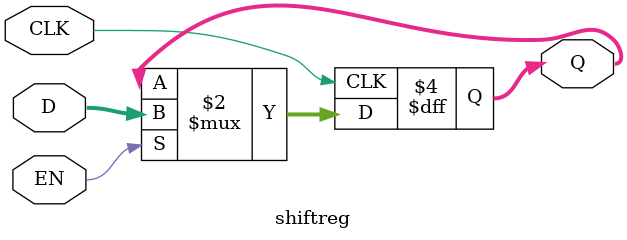
<source format=v>
module shiftreg (
    input wire CLK,
    input wire EN,
    input wire [6:0] D,
    output reg [6:0] Q
);

always @(posedge CLK) begin
   if (EN) begin
        Q <= D;
	end
end
endmodule
</source>
